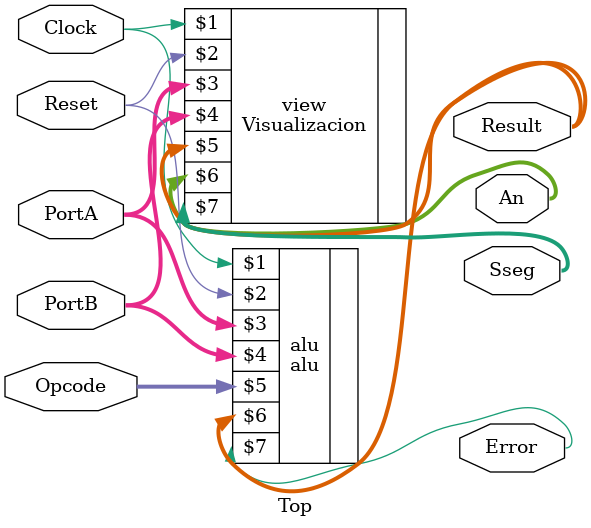
<source format=v>
module Top(Clock, Reset, Opcode, PortA, PortB, An, Sseg, Result, Error);

input wire Clock;
input wire Reset;
input wire [2:0] PortA;
input wire [2:0] PortB;
input wire [1:0] Opcode;

output wire [3:0] An;
output wire [6:0] Sseg;
 
output wire [2:0] Result;
output wire Error;

alu alu(Clock, Reset, PortA, PortB, Opcode, Result, Error);
Visualizacion view(Clock, Reset, PortA, PortB, Result, An, Sseg);

endmodule
</source>
